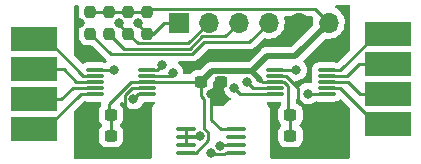
<source format=gbr>
%TF.GenerationSoftware,KiCad,Pcbnew,(5.99.0-12717-g57c7d663b0)*%
%TF.CreationDate,2021-10-08T11:24:07+02:00*%
%TF.ProjectId,capacitance_meter,63617061-6369-4746-916e-63655f6d6574,rev?*%
%TF.SameCoordinates,Original*%
%TF.FileFunction,Copper,L1,Top*%
%TF.FilePolarity,Positive*%
%FSLAX46Y46*%
G04 Gerber Fmt 4.6, Leading zero omitted, Abs format (unit mm)*
G04 Created by KiCad (PCBNEW (5.99.0-12717-g57c7d663b0)) date 2021-10-08 11:24:07*
%MOMM*%
%LPD*%
G01*
G04 APERTURE LIST*
G04 Aperture macros list*
%AMRoundRect*
0 Rectangle with rounded corners*
0 $1 Rounding radius*
0 $2 $3 $4 $5 $6 $7 $8 $9 X,Y pos of 4 corners*
0 Add a 4 corners polygon primitive as box body*
4,1,4,$2,$3,$4,$5,$6,$7,$8,$9,$2,$3,0*
0 Add four circle primitives for the rounded corners*
1,1,$1+$1,$2,$3*
1,1,$1+$1,$4,$5*
1,1,$1+$1,$6,$7*
1,1,$1+$1,$8,$9*
0 Add four rect primitives between the rounded corners*
20,1,$1+$1,$2,$3,$4,$5,0*
20,1,$1+$1,$4,$5,$6,$7,0*
20,1,$1+$1,$6,$7,$8,$9,0*
20,1,$1+$1,$8,$9,$2,$3,0*%
G04 Aperture macros list end*
%TA.AperFunction,SMDPad,CuDef*%
%ADD10RoundRect,0.237500X-0.300000X-0.237500X0.300000X-0.237500X0.300000X0.237500X-0.300000X0.237500X0*%
%TD*%
%TA.AperFunction,ComponentPad*%
%ADD11R,1.700000X1.700000*%
%TD*%
%TA.AperFunction,ComponentPad*%
%ADD12O,1.700000X1.700000*%
%TD*%
%TA.AperFunction,SMDPad,CuDef*%
%ADD13RoundRect,0.237500X-0.237500X0.250000X-0.237500X-0.250000X0.237500X-0.250000X0.237500X0.250000X0*%
%TD*%
%TA.AperFunction,SMDPad,CuDef*%
%ADD14RoundRect,0.075000X0.650000X0.075000X-0.650000X0.075000X-0.650000X-0.075000X0.650000X-0.075000X0*%
%TD*%
%TA.AperFunction,SMDPad,CuDef*%
%ADD15RoundRect,0.075000X-0.650000X-0.075000X0.650000X-0.075000X0.650000X0.075000X-0.650000X0.075000X0*%
%TD*%
%TA.AperFunction,SMDPad,CuDef*%
%ADD16RoundRect,0.100000X0.712500X0.100000X-0.712500X0.100000X-0.712500X-0.100000X0.712500X-0.100000X0*%
%TD*%
%TA.AperFunction,SMDPad,CuDef*%
%ADD17R,4.000000X2.000000*%
%TD*%
%TA.AperFunction,ViaPad*%
%ADD18C,0.800000*%
%TD*%
%TA.AperFunction,Conductor*%
%ADD19C,0.250000*%
%TD*%
%TA.AperFunction,Conductor*%
%ADD20C,0.500000*%
%TD*%
G04 APERTURE END LIST*
D10*
%TO.P,C4,1*%
%TO.N,VDD*%
X145543100Y-122783600D03*
%TO.P,C4,2*%
%TO.N,GND*%
X147268100Y-122783600D03*
%TD*%
%TO.P,C2,1*%
%TO.N,VDD*%
X160732300Y-122783600D03*
%TO.P,C2,2*%
%TO.N,GND*%
X162457300Y-122783600D03*
%TD*%
D11*
%TO.P,J3,1,Pin_1*%
%TO.N,/SCL2*%
X151275000Y-114975000D03*
D12*
%TO.P,J3,2,Pin_2*%
%TO.N,/SDA2*%
X153815000Y-114975000D03*
%TO.P,J3,3,Pin_3*%
%TO.N,/SCL1*%
X156355000Y-114975000D03*
%TO.P,J3,4,Pin_4*%
%TO.N,/SDA1*%
X158895000Y-114975000D03*
%TO.P,J3,5,Pin_5*%
%TO.N,GND*%
X161435000Y-114975000D03*
%TO.P,J3,6,Pin_6*%
%TO.N,VDD*%
X163975000Y-114975000D03*
%TD*%
D10*
%TO.P,C5,1*%
%TO.N,VDD*%
X145543100Y-124561600D03*
%TO.P,C5,2*%
%TO.N,GND*%
X147268100Y-124561600D03*
%TD*%
D13*
%TO.P,R4,1*%
%TO.N,VDD*%
X148600000Y-114087500D03*
%TO.P,R4,2*%
%TO.N,/SCL2*%
X148600000Y-115912500D03*
%TD*%
D14*
%TO.P,U3,1,Shield1*%
%TO.N,/Shield21*%
X163800000Y-121000000D03*
%TO.P,U3,2,CIN1*%
%TO.N,Net-(J1-Pad8)*%
X163800000Y-120500000D03*
%TO.P,U3,3,CIN2*%
%TO.N,Net-(J1-Pad7)*%
X163800000Y-120000000D03*
%TO.P,U3,4,CIN3*%
%TO.N,Net-(J1-Pad6)*%
X163800000Y-119500000D03*
%TO.P,U3,5,CIN4*%
%TO.N,Net-(J1-Pad5)*%
X163800000Y-119000000D03*
%TO.P,U3,6,Shield2*%
%TO.N,/Shield22*%
X159400000Y-119000000D03*
%TO.P,U3,7,GND*%
%TO.N,GND*%
X159400000Y-119500000D03*
%TO.P,U3,8,VDD*%
%TO.N,VDD*%
X159400000Y-120000000D03*
%TO.P,U3,9,SCL*%
%TO.N,/SCL1*%
X159400000Y-120500000D03*
%TO.P,U3,10,SDA*%
%TO.N,/SDA1*%
X159400000Y-121000000D03*
%TD*%
D15*
%TO.P,U1,1,Shield1*%
%TO.N,/Shield11*%
X144200000Y-119000000D03*
%TO.P,U1,2,CIN1*%
%TO.N,Net-(J2-Pad8)*%
X144200000Y-119500000D03*
%TO.P,U1,3,CIN2*%
%TO.N,Net-(J2-Pad7)*%
X144200000Y-120000000D03*
%TO.P,U1,4,CIN3*%
%TO.N,Net-(J2-Pad6)*%
X144200000Y-120500000D03*
%TO.P,U1,5,CIN4*%
%TO.N,Net-(J2-Pad5)*%
X144200000Y-121000000D03*
%TO.P,U1,6,Shield2*%
%TO.N,/Shield12*%
X148600000Y-121000000D03*
%TO.P,U1,7,GND*%
%TO.N,GND*%
X148600000Y-120500000D03*
%TO.P,U1,8,VDD*%
%TO.N,VDD*%
X148600000Y-120000000D03*
%TO.P,U1,9,SCL*%
%TO.N,/SCL2*%
X148600000Y-119500000D03*
%TO.P,U1,10,SDA*%
%TO.N,/SDA2*%
X148600000Y-119000000D03*
%TD*%
D10*
%TO.P,C1,1*%
%TO.N,VDD*%
X153137500Y-120000000D03*
%TO.P,C1,2*%
%TO.N,GND*%
X154862500Y-120000000D03*
%TD*%
%TO.P,C3,1*%
%TO.N,VDD*%
X160732300Y-124561600D03*
%TO.P,C3,2*%
%TO.N,GND*%
X162457300Y-124561600D03*
%TD*%
D13*
%TO.P,R3,1*%
%TO.N,VDD*%
X147000000Y-114087500D03*
%TO.P,R3,2*%
%TO.N,/SDA2*%
X147000000Y-115912500D03*
%TD*%
%TO.P,R1,1*%
%TO.N,VDD*%
X143800000Y-114087500D03*
%TO.P,R1,2*%
%TO.N,/SDA1*%
X143800000Y-115912500D03*
%TD*%
%TO.P,R2,1*%
%TO.N,VDD*%
X145400000Y-114087500D03*
%TO.P,R2,2*%
%TO.N,/SCL1*%
X145400000Y-115912500D03*
%TD*%
D16*
%TO.P,U2,1,SDA*%
%TO.N,/SDA1*%
X156112700Y-125975000D03*
%TO.P,U2,2,SCL*%
%TO.N,/SCL1*%
X156112700Y-125325000D03*
%TO.P,U2,3,ALERT*%
%TO.N,unconnected-(U2-Pad3)*%
X156112700Y-124675000D03*
%TO.P,U2,4,GND*%
%TO.N,GND*%
X156112700Y-124025000D03*
%TO.P,U2,5,A2*%
X151887700Y-124025000D03*
%TO.P,U2,6,A1*%
X151887700Y-124675000D03*
%TO.P,U2,7,A0*%
X151887700Y-125325000D03*
%TO.P,U2,8,VDD*%
%TO.N,VDD*%
X151887700Y-125975000D03*
%TD*%
D17*
%TO.P,J1,5,Pin_5*%
%TO.N,Net-(J1-Pad5)*%
X168999992Y-115920012D03*
%TO.P,J1,6,Pin_6*%
%TO.N,Net-(J1-Pad6)*%
X168999992Y-118460012D03*
%TO.P,J1,7,Pin_7*%
%TO.N,Net-(J1-Pad7)*%
X168999992Y-121000012D03*
%TO.P,J1,8,Pin_8*%
%TO.N,Net-(J1-Pad8)*%
X168999992Y-123540012D03*
%TD*%
%TO.P,J2,5,Pin_5*%
%TO.N,Net-(J2-Pad5)*%
X139000001Y-124009988D03*
%TO.P,J2,6,Pin_6*%
%TO.N,Net-(J2-Pad6)*%
X139000001Y-121469988D03*
%TO.P,J2,7,Pin_7*%
%TO.N,Net-(J2-Pad7)*%
X139000001Y-118929988D03*
%TO.P,J2,8,Pin_8*%
%TO.N,Net-(J2-Pad8)*%
X139000001Y-116389988D03*
%TD*%
D18*
%TO.N,GND*%
X154000000Y-121000000D03*
X153075500Y-124600000D03*
%TO.N,/SDA1*%
X154000000Y-126000000D03*
%TO.N,/SCL1*%
X154800000Y-125400000D03*
%TO.N,GND*%
X147600000Y-126000000D03*
X153035000Y-118567200D03*
X160400000Y-116400000D03*
X163900000Y-116850000D03*
X157073600Y-117805200D03*
X142925800Y-115036600D03*
X154000000Y-117600000D03*
X164000000Y-125500000D03*
%TO.N,/SCL1*%
X157048200Y-119989600D03*
%TO.N,/SDA1*%
X156000000Y-120500000D03*
%TO.N,/SCL2*%
X150774400Y-119275500D03*
X147800000Y-115000000D03*
%TO.N,/SDA2*%
X149850000Y-118550000D03*
X146200000Y-115000000D03*
%TO.N,/Shield21*%
X162200000Y-121000000D03*
%TO.N,/Shield22*%
X161212299Y-118987701D03*
%TO.N,/Shield11*%
X145800000Y-119000000D03*
%TO.N,/Shield12*%
X147430158Y-121430158D03*
%TD*%
D19*
%TO.N,VDD*%
X153400000Y-123899886D02*
X153400000Y-121424614D01*
X153800011Y-124299897D02*
X153400000Y-123899886D01*
X153400000Y-121424614D02*
X153137500Y-121162114D01*
X152725114Y-125975000D02*
X153800011Y-124900103D01*
X153137500Y-121162114D02*
X153137500Y-120000000D01*
X151887700Y-125975000D02*
X152725114Y-125975000D01*
X153800011Y-124900103D02*
X153800011Y-124299897D01*
%TO.N,GND*%
X154825000Y-124025000D02*
X156112700Y-124025000D01*
X154000000Y-121000000D02*
X154000000Y-123200000D01*
X154000000Y-123200000D02*
X154825000Y-124025000D01*
X153000500Y-124675000D02*
X153075500Y-124600000D01*
X151887700Y-124675000D02*
X153000500Y-124675000D01*
X151887700Y-125325000D02*
X151887700Y-124025000D01*
%TO.N,/SDA1*%
X155249614Y-125975000D02*
X156112700Y-125975000D01*
X155100103Y-126124511D02*
X155249614Y-125975000D01*
X154124511Y-126124511D02*
X155100103Y-126124511D01*
X154000000Y-126000000D02*
X154124511Y-126124511D01*
%TO.N,/SCL1*%
X154875000Y-125325000D02*
X156112700Y-125325000D01*
X154800000Y-125400000D02*
X154875000Y-125325000D01*
%TO.N,/SDA1*%
X156500000Y-121000000D02*
X159400000Y-121000000D01*
X156000000Y-120500000D02*
X156500000Y-121000000D01*
%TO.N,Net-(J1-Pad5)*%
X164964282Y-119000000D02*
X168044282Y-115920000D01*
X163800000Y-119000000D02*
X164964282Y-119000000D01*
X168044282Y-115920000D02*
X169000000Y-115920000D01*
%TO.N,Net-(J1-Pad6)*%
X163800000Y-119500000D02*
X165500000Y-119500000D01*
X166540000Y-118460000D02*
X169000000Y-118460000D01*
X165500000Y-119500000D02*
X166540000Y-118460000D01*
%TO.N,Net-(J1-Pad7)*%
X163800000Y-120000000D02*
X165600000Y-120000000D01*
X165600000Y-120000000D02*
X166600000Y-121000000D01*
X166600000Y-121000000D02*
X169000000Y-121000000D01*
%TO.N,Net-(J1-Pad8)*%
X169000000Y-123540000D02*
X167986042Y-123540000D01*
X164946042Y-120500000D02*
X163800000Y-120500000D01*
X167986042Y-123540000D02*
X164946042Y-120500000D01*
%TO.N,GND*%
X147268100Y-122958600D02*
X147443100Y-122783600D01*
X161366200Y-121517500D02*
X162632300Y-122783600D01*
X148600000Y-120500000D02*
X147335702Y-120500000D01*
X162457300Y-124561600D02*
X162457300Y-122958600D01*
X160327802Y-119500000D02*
X161366200Y-120538398D01*
X147268100Y-124561600D02*
X147268100Y-122958600D01*
X162457300Y-122958600D02*
X162632300Y-122783600D01*
X161366200Y-120538398D02*
X161366200Y-121517500D01*
X147335702Y-120500000D02*
X146705647Y-121130055D01*
X146705647Y-121130055D02*
X146705647Y-122046147D01*
X146705647Y-122046147D02*
X147443100Y-122783600D01*
X159400000Y-119500000D02*
X160327802Y-119500000D01*
%TO.N,VDD*%
X158400000Y-120000000D02*
X159400000Y-120000000D01*
X160557300Y-120365216D02*
X160557300Y-122783600D01*
X160732300Y-124561600D02*
X160732300Y-122958600D01*
X160732300Y-122958600D02*
X160557300Y-122783600D01*
D20*
X158200000Y-119800000D02*
X157475480Y-119075480D01*
D19*
X148600000Y-120000000D02*
X147199984Y-120000000D01*
X159400000Y-120000000D02*
X160192084Y-120000000D01*
D20*
X161150000Y-117800000D02*
X163975000Y-114975000D01*
D19*
X143800000Y-114087500D02*
X148600000Y-114087500D01*
D20*
X157475480Y-119075480D02*
X158750960Y-117800000D01*
D19*
X160192084Y-120000000D02*
X160557300Y-120365216D01*
X162800489Y-113800489D02*
X163975000Y-114975000D01*
X145543100Y-124561600D02*
X145543100Y-122958600D01*
X148887011Y-113800489D02*
X162800489Y-113800489D01*
X148600000Y-120000000D02*
X153137500Y-120000000D01*
X158200000Y-119800000D02*
X158400000Y-120000000D01*
X147199984Y-120000000D02*
X145368100Y-121831884D01*
D20*
X157475480Y-119075480D02*
X154062020Y-119075480D01*
D19*
X145543100Y-122958600D02*
X145368100Y-122783600D01*
D20*
X158750960Y-117800000D02*
X161150000Y-117800000D01*
D19*
X145368100Y-121831884D02*
X145368100Y-122783600D01*
X148600000Y-114087500D02*
X148887011Y-113800489D01*
D20*
X154062020Y-119075480D02*
X153137500Y-120000000D01*
D19*
%TO.N,/SCL1*%
X152251678Y-117174040D02*
X153276207Y-116149511D01*
X157048200Y-119989600D02*
X157558600Y-120500000D01*
X155180489Y-116149511D02*
X156355000Y-114975000D01*
X145400000Y-115912500D02*
X146661540Y-117174040D01*
X157558600Y-120500000D02*
X159400000Y-120500000D01*
X153276207Y-116149511D02*
X155180489Y-116149511D01*
X146661540Y-117174040D02*
X152251678Y-117174040D01*
%TO.N,/SDA1*%
X153462405Y-116599031D02*
X157270969Y-116599031D01*
X145511060Y-117623560D02*
X152437876Y-117623560D01*
X157270969Y-116599031D02*
X158895000Y-114975000D01*
X143800000Y-115912500D02*
X145511060Y-117623560D01*
X152437876Y-117623560D02*
X153462405Y-116599031D01*
%TO.N,/SCL2*%
X150774400Y-119275500D02*
X150549900Y-119500000D01*
X150549900Y-119500000D02*
X148600000Y-119500000D01*
X150025000Y-114975000D02*
X151275000Y-114975000D01*
X149087500Y-115912500D02*
X150025000Y-114975000D01*
X147800000Y-115000000D02*
X147800000Y-115112500D01*
X147800000Y-115112500D02*
X148600000Y-115912500D01*
X148600000Y-115912500D02*
X149087500Y-115912500D01*
%TO.N,/SDA2*%
X152065480Y-116724520D02*
X153815000Y-114975000D01*
X146200000Y-115000000D02*
X146200000Y-115112500D01*
X146200000Y-115112500D02*
X147000000Y-115912500D01*
X149850000Y-118550000D02*
X149400000Y-119000000D01*
X147812020Y-116724520D02*
X152065480Y-116724520D01*
X147000000Y-115912500D02*
X147812020Y-116724520D01*
X149400000Y-119000000D02*
X148600000Y-119000000D01*
%TO.N,Net-(J2-Pad5)*%
X139990000Y-124010000D02*
X139000000Y-124010000D01*
X143000000Y-121000000D02*
X139990000Y-124010000D01*
X144200000Y-121000000D02*
X143000000Y-121000000D01*
%TO.N,Net-(J2-Pad6)*%
X142300000Y-120500000D02*
X141330000Y-121470000D01*
X144200000Y-120500000D02*
X142300000Y-120500000D01*
X141330000Y-121470000D02*
X139000000Y-121470000D01*
%TO.N,Net-(J2-Pad7)*%
X144200000Y-120000000D02*
X142600000Y-120000000D01*
X141530000Y-118930000D02*
X139000000Y-118930000D01*
X142600000Y-120000000D02*
X141530000Y-118930000D01*
%TO.N,Net-(J2-Pad8)*%
X144200000Y-119500000D02*
X143219022Y-119500000D01*
X140109022Y-116390000D02*
X139000000Y-116390000D01*
X143219022Y-119500000D02*
X140109022Y-116390000D01*
%TO.N,/Shield21*%
X163800000Y-121000000D02*
X162200000Y-121000000D01*
%TO.N,/Shield22*%
X161200000Y-119000000D02*
X161212299Y-118987701D01*
X159400000Y-119000000D02*
X161200000Y-119000000D01*
%TO.N,/Shield11*%
X144200000Y-119000000D02*
X145800000Y-119000000D01*
%TO.N,/Shield12*%
X148600000Y-121000000D02*
X147860316Y-121000000D01*
X147860316Y-121000000D02*
X147430158Y-121430158D01*
%TD*%
%TA.AperFunction,Conductor*%
%TO.N,GND*%
G36*
X161399312Y-121444027D02*
G01*
X161425918Y-121476250D01*
X161460960Y-121536944D01*
X161465378Y-121541851D01*
X161465379Y-121541852D01*
X161580350Y-121669540D01*
X161588747Y-121678866D01*
X161646238Y-121720636D01*
X161713816Y-121769734D01*
X161743248Y-121791118D01*
X161749276Y-121793802D01*
X161749278Y-121793803D01*
X161911681Y-121866109D01*
X161917712Y-121868794D01*
X161996961Y-121885639D01*
X162098056Y-121907128D01*
X162098061Y-121907128D01*
X162104513Y-121908500D01*
X162295487Y-121908500D01*
X162301939Y-121907128D01*
X162301944Y-121907128D01*
X162403039Y-121885639D01*
X162482288Y-121868794D01*
X162488319Y-121866109D01*
X162650722Y-121793803D01*
X162650724Y-121793802D01*
X162656752Y-121791118D01*
X162686185Y-121769734D01*
X162802053Y-121685550D01*
X162811253Y-121678866D01*
X162815668Y-121673963D01*
X162820580Y-121669540D01*
X162821705Y-121670789D01*
X162875014Y-121637949D01*
X162908200Y-121633500D01*
X162948515Y-121633500D01*
X162981560Y-121640070D01*
X162982066Y-121638183D01*
X162990051Y-121640322D01*
X162997676Y-121643481D01*
X163005860Y-121644558D01*
X163005862Y-121644559D01*
X163107669Y-121657962D01*
X163107670Y-121657962D01*
X163111756Y-121658500D01*
X164488244Y-121658500D01*
X164492330Y-121657962D01*
X164492331Y-121657962D01*
X164531153Y-121652851D01*
X164602324Y-121643481D01*
X164609951Y-121640322D01*
X164609954Y-121640321D01*
X164709177Y-121599221D01*
X164744268Y-121584686D01*
X164866157Y-121491157D01*
X164866798Y-121490322D01*
X164926181Y-121457895D01*
X164996996Y-121462960D01*
X165042059Y-121491921D01*
X165774295Y-122224157D01*
X165808321Y-122286469D01*
X165811200Y-122313252D01*
X165811200Y-126366000D01*
X165791198Y-126434121D01*
X165737542Y-126480614D01*
X165685200Y-126492000D01*
X159134000Y-126492000D01*
X159065879Y-126471998D01*
X159019386Y-126418342D01*
X159008000Y-126366000D01*
X159008000Y-122553199D01*
X159009746Y-122532295D01*
X159012263Y-122517333D01*
X159013070Y-122512537D01*
X159013223Y-122499998D01*
X159012534Y-122495191D01*
X159012534Y-122495184D01*
X159010184Y-122478779D01*
X159009390Y-122471897D01*
X159001872Y-122385969D01*
X158996476Y-122324293D01*
X158968873Y-122221276D01*
X158952250Y-122159236D01*
X158952249Y-122159234D01*
X158950827Y-122153926D01*
X158948504Y-122148944D01*
X158878609Y-121999055D01*
X158878607Y-121999052D01*
X158876286Y-121994074D01*
X158780145Y-121856770D01*
X158757457Y-121789496D01*
X158774742Y-121720636D01*
X158826512Y-121672052D01*
X158883358Y-121658500D01*
X159797800Y-121658500D01*
X159865921Y-121678502D01*
X159912414Y-121732158D01*
X159923800Y-121784500D01*
X159923800Y-121947400D01*
X159903798Y-122015521D01*
X159886975Y-122036416D01*
X159842871Y-122080597D01*
X159839031Y-122086827D01*
X159839030Y-122086828D01*
X159756164Y-122221262D01*
X159751591Y-122228680D01*
X159696826Y-122393791D01*
X159686300Y-122496528D01*
X159686300Y-123070672D01*
X159697093Y-123174693D01*
X159752146Y-123339707D01*
X159843684Y-123487631D01*
X159939587Y-123583366D01*
X159973666Y-123645648D01*
X159968663Y-123716468D01*
X159939743Y-123761556D01*
X159842871Y-123858597D01*
X159839031Y-123864827D01*
X159839030Y-123864828D01*
X159756164Y-123999262D01*
X159751591Y-124006680D01*
X159696826Y-124171791D01*
X159686300Y-124274528D01*
X159686300Y-124848672D01*
X159697093Y-124952693D01*
X159752146Y-125117707D01*
X159843684Y-125265631D01*
X159848866Y-125270804D01*
X159961616Y-125383358D01*
X159961621Y-125383362D01*
X159966797Y-125388529D01*
X160114880Y-125479809D01*
X160279991Y-125534574D01*
X160286827Y-125535274D01*
X160286830Y-125535275D01*
X160338326Y-125540551D01*
X160382728Y-125545100D01*
X161081872Y-125545100D01*
X161085118Y-125544763D01*
X161085122Y-125544763D01*
X161179035Y-125535019D01*
X161179039Y-125535018D01*
X161185893Y-125534307D01*
X161192429Y-125532126D01*
X161192431Y-125532126D01*
X161325195Y-125487832D01*
X161350907Y-125479254D01*
X161498831Y-125387716D01*
X161504004Y-125382534D01*
X161616558Y-125269784D01*
X161616562Y-125269779D01*
X161621729Y-125264603D01*
X161625570Y-125258372D01*
X161709169Y-125122750D01*
X161709170Y-125122748D01*
X161713009Y-125116520D01*
X161767774Y-124951409D01*
X161778300Y-124848672D01*
X161778300Y-124274528D01*
X161767507Y-124170507D01*
X161712454Y-124005493D01*
X161620916Y-123857569D01*
X161525013Y-123761834D01*
X161490934Y-123699552D01*
X161495937Y-123628732D01*
X161524858Y-123583643D01*
X161616558Y-123491783D01*
X161621729Y-123486603D01*
X161625570Y-123480372D01*
X161709169Y-123344750D01*
X161709170Y-123344748D01*
X161713009Y-123338520D01*
X161767774Y-123173409D01*
X161778300Y-123070672D01*
X161778300Y-122496528D01*
X161777359Y-122487459D01*
X161768219Y-122399365D01*
X161768218Y-122399361D01*
X161767507Y-122392507D01*
X161741066Y-122313252D01*
X161714772Y-122234441D01*
X161712454Y-122227493D01*
X161620916Y-122079569D01*
X161541208Y-122000000D01*
X161502984Y-121961842D01*
X161502979Y-121961838D01*
X161497803Y-121956671D01*
X161349720Y-121865391D01*
X161323729Y-121856770D01*
X161277132Y-121841314D01*
X161218772Y-121800883D01*
X161191536Y-121735318D01*
X161190800Y-121721721D01*
X161190800Y-121539251D01*
X161210802Y-121471130D01*
X161264458Y-121424637D01*
X161334732Y-121414533D01*
X161399312Y-121444027D01*
G37*
%TD.AperFunction*%
%TA.AperFunction,Conductor*%
G36*
X143381560Y-121640070D02*
G01*
X143382066Y-121638183D01*
X143390051Y-121640322D01*
X143397676Y-121643481D01*
X143405860Y-121644558D01*
X143405862Y-121644559D01*
X143507669Y-121657962D01*
X143507670Y-121657962D01*
X143511756Y-121658500D01*
X144606637Y-121658500D01*
X144674758Y-121678502D01*
X144721251Y-121732158D01*
X144729970Y-121796029D01*
X144731369Y-121796073D01*
X144731120Y-121803998D01*
X144729880Y-121811827D01*
X144730626Y-121819719D01*
X144734041Y-121855845D01*
X144734600Y-121867703D01*
X144734600Y-121947400D01*
X144714598Y-122015521D01*
X144697775Y-122036416D01*
X144653671Y-122080597D01*
X144649831Y-122086827D01*
X144649830Y-122086828D01*
X144566964Y-122221262D01*
X144562391Y-122228680D01*
X144507626Y-122393791D01*
X144497100Y-122496528D01*
X144497100Y-123070672D01*
X144507893Y-123174693D01*
X144562946Y-123339707D01*
X144654484Y-123487631D01*
X144750387Y-123583366D01*
X144784466Y-123645648D01*
X144779463Y-123716468D01*
X144750543Y-123761556D01*
X144653671Y-123858597D01*
X144649831Y-123864827D01*
X144649830Y-123864828D01*
X144566964Y-123999262D01*
X144562391Y-124006680D01*
X144507626Y-124171791D01*
X144497100Y-124274528D01*
X144497100Y-124848672D01*
X144507893Y-124952693D01*
X144562946Y-125117707D01*
X144654484Y-125265631D01*
X144659666Y-125270804D01*
X144772416Y-125383358D01*
X144772421Y-125383362D01*
X144777597Y-125388529D01*
X144925680Y-125479809D01*
X145090791Y-125534574D01*
X145097627Y-125535274D01*
X145097630Y-125535275D01*
X145149126Y-125540551D01*
X145193528Y-125545100D01*
X145892672Y-125545100D01*
X145895918Y-125544763D01*
X145895922Y-125544763D01*
X145989835Y-125535019D01*
X145989839Y-125535018D01*
X145996693Y-125534307D01*
X146003229Y-125532126D01*
X146003231Y-125532126D01*
X146135995Y-125487832D01*
X146161707Y-125479254D01*
X146309631Y-125387716D01*
X146314804Y-125382534D01*
X146427358Y-125269784D01*
X146427362Y-125269779D01*
X146432529Y-125264603D01*
X146436370Y-125258372D01*
X146519969Y-125122750D01*
X146519970Y-125122748D01*
X146523809Y-125116520D01*
X146578574Y-124951409D01*
X146589100Y-124848672D01*
X146589100Y-124274528D01*
X146578307Y-124170507D01*
X146523254Y-124005493D01*
X146431716Y-123857569D01*
X146335813Y-123761834D01*
X146301734Y-123699552D01*
X146306737Y-123628732D01*
X146335658Y-123583643D01*
X146427358Y-123491783D01*
X146432529Y-123486603D01*
X146436370Y-123480372D01*
X146519969Y-123344750D01*
X146519970Y-123344748D01*
X146523809Y-123338520D01*
X146578574Y-123173409D01*
X146589100Y-123070672D01*
X146589100Y-122496528D01*
X146588159Y-122487459D01*
X146579019Y-122399365D01*
X146579018Y-122399361D01*
X146578307Y-122392507D01*
X146551866Y-122313252D01*
X146525572Y-122234441D01*
X146523254Y-122227493D01*
X146431716Y-122079569D01*
X146313086Y-121961146D01*
X146279007Y-121898865D01*
X146284010Y-121828045D01*
X146313009Y-121782879D01*
X146376312Y-121719576D01*
X146438624Y-121685550D01*
X146509439Y-121690615D01*
X146566275Y-121733162D01*
X146585240Y-121769734D01*
X146595631Y-121801714D01*
X146598934Y-121807436D01*
X146598935Y-121807437D01*
X146606026Y-121819719D01*
X146691118Y-121967102D01*
X146695536Y-121972009D01*
X146695537Y-121972010D01*
X146793309Y-122080597D01*
X146818905Y-122109024D01*
X146973406Y-122221276D01*
X146979434Y-122223960D01*
X146979436Y-122223961D01*
X147141839Y-122296267D01*
X147147870Y-122298952D01*
X147241271Y-122318805D01*
X147328214Y-122337286D01*
X147328219Y-122337286D01*
X147334671Y-122338658D01*
X147525645Y-122338658D01*
X147532097Y-122337286D01*
X147532102Y-122337286D01*
X147619045Y-122318805D01*
X147712446Y-122298952D01*
X147718477Y-122296267D01*
X147880880Y-122223961D01*
X147880882Y-122223960D01*
X147886910Y-122221276D01*
X148041411Y-122109024D01*
X148067007Y-122080597D01*
X148164779Y-121972010D01*
X148164780Y-121972009D01*
X148169198Y-121967102D01*
X148254290Y-121819719D01*
X148261381Y-121807437D01*
X148261382Y-121807436D01*
X148264685Y-121801714D01*
X148266726Y-121795432D01*
X148266727Y-121795430D01*
X148280885Y-121751854D01*
X148282929Y-121745563D01*
X148323002Y-121686958D01*
X148388399Y-121659321D01*
X148402762Y-121658500D01*
X149116642Y-121658500D01*
X149184763Y-121678502D01*
X149231256Y-121732158D01*
X149241360Y-121802432D01*
X149219855Y-121856770D01*
X149123714Y-121994074D01*
X149121393Y-121999052D01*
X149121391Y-121999055D01*
X149051496Y-122148944D01*
X149049173Y-122153926D01*
X149003524Y-122324293D01*
X149003045Y-122329773D01*
X149003044Y-122329781D01*
X148992197Y-122453754D01*
X148990931Y-122463676D01*
X148986930Y-122487459D01*
X148986777Y-122499998D01*
X148987467Y-122504813D01*
X148990727Y-122527579D01*
X148992000Y-122545442D01*
X148992000Y-126366000D01*
X148971998Y-126434121D01*
X148918342Y-126480614D01*
X148866000Y-126492000D01*
X142518400Y-126492000D01*
X142450279Y-126471998D01*
X142403786Y-126418342D01*
X142392400Y-126366000D01*
X142392400Y-122555695D01*
X142412402Y-122487574D01*
X142429305Y-122466600D01*
X143225500Y-121670405D01*
X143287812Y-121636379D01*
X143314595Y-121633500D01*
X143348515Y-121633500D01*
X143381560Y-121640070D01*
G37*
%TD.AperFunction*%
%TA.AperFunction,Conductor*%
G36*
X155185365Y-119853982D02*
G01*
X155231858Y-119907638D01*
X155241962Y-119977912D01*
X155226363Y-120022979D01*
X155204049Y-120061629D01*
X155176629Y-120109122D01*
X155165473Y-120128444D01*
X155106458Y-120310072D01*
X155105768Y-120316633D01*
X155105768Y-120316635D01*
X155092384Y-120443979D01*
X155086496Y-120500000D01*
X155087186Y-120506565D01*
X155102630Y-120653502D01*
X155106458Y-120689928D01*
X155165473Y-120871556D01*
X155168776Y-120877278D01*
X155168777Y-120877279D01*
X155184840Y-120905101D01*
X155260960Y-121036944D01*
X155265378Y-121041851D01*
X155265379Y-121041852D01*
X155358300Y-121145051D01*
X155388747Y-121178866D01*
X155543248Y-121291118D01*
X155549276Y-121293802D01*
X155549278Y-121293803D01*
X155627986Y-121328846D01*
X155682082Y-121374826D01*
X155702731Y-121442754D01*
X155683379Y-121511062D01*
X155632899Y-121556744D01*
X155472301Y-121636711D01*
X155472295Y-121636715D01*
X155467083Y-121639310D01*
X155318006Y-121751888D01*
X155192153Y-121889942D01*
X155160953Y-121940332D01*
X155108087Y-121987718D01*
X155053827Y-122000000D01*
X154159500Y-122000000D01*
X154091379Y-121979998D01*
X154044886Y-121926342D01*
X154033500Y-121874000D01*
X154033500Y-121503381D01*
X154034027Y-121492198D01*
X154035702Y-121484705D01*
X154035019Y-121462960D01*
X154033562Y-121416628D01*
X154033500Y-121412669D01*
X154033500Y-121384758D01*
X154032995Y-121380758D01*
X154032062Y-121368915D01*
X154031846Y-121362026D01*
X154030673Y-121324725D01*
X154025021Y-121305271D01*
X154021013Y-121285914D01*
X154019468Y-121273684D01*
X154019468Y-121273683D01*
X154018474Y-121265817D01*
X154006253Y-121234950D01*
X154002196Y-121224702D01*
X153998351Y-121213472D01*
X153988229Y-121178631D01*
X153988229Y-121178630D01*
X153986018Y-121171021D01*
X153981985Y-121164202D01*
X153981983Y-121164197D01*
X153975707Y-121153586D01*
X153967012Y-121135838D01*
X153959552Y-121116997D01*
X153933564Y-121081227D01*
X153927048Y-121071307D01*
X153908580Y-121040079D01*
X153908578Y-121040076D01*
X153904542Y-121033252D01*
X153890218Y-121018928D01*
X153877389Y-121003910D01*
X153875678Y-121001554D01*
X153851818Y-120934691D01*
X153867895Y-120865539D01*
X153898862Y-120829315D01*
X153904031Y-120826116D01*
X153980014Y-120750000D01*
X154021758Y-120708184D01*
X154021762Y-120708179D01*
X154026929Y-120703003D01*
X154035246Y-120689510D01*
X154114369Y-120561150D01*
X154114370Y-120561148D01*
X154118209Y-120554920D01*
X154172974Y-120389809D01*
X154176716Y-120353291D01*
X154180592Y-120315453D01*
X154183500Y-120287072D01*
X154183500Y-120078871D01*
X154203502Y-120010750D01*
X154220405Y-119989776D01*
X154339296Y-119870885D01*
X154401608Y-119836859D01*
X154428391Y-119833980D01*
X155117244Y-119833980D01*
X155185365Y-119853982D01*
G37*
%TD.AperFunction*%
%TA.AperFunction,Conductor*%
G36*
X165753321Y-113528002D02*
G01*
X165799814Y-113581658D01*
X165811200Y-113634000D01*
X165811200Y-117204987D01*
X165791198Y-117273108D01*
X165774295Y-117294082D01*
X164739270Y-118329107D01*
X164676958Y-118363133D01*
X164617564Y-118361719D01*
X164609958Y-118359681D01*
X164602324Y-118356519D01*
X164507831Y-118344079D01*
X164492331Y-118342038D01*
X164492330Y-118342038D01*
X164488244Y-118341500D01*
X163111756Y-118341500D01*
X163107670Y-118342038D01*
X163107669Y-118342038D01*
X163068847Y-118347149D01*
X162997676Y-118356519D01*
X162990049Y-118359678D01*
X162990046Y-118359679D01*
X162938262Y-118381129D01*
X162855732Y-118415314D01*
X162733843Y-118508843D01*
X162640314Y-118630733D01*
X162581519Y-118772676D01*
X162566500Y-118886756D01*
X162566500Y-119113244D01*
X162567038Y-119117329D01*
X162567038Y-119117331D01*
X162581519Y-119227324D01*
X162579974Y-119227527D01*
X162579974Y-119272473D01*
X162581519Y-119272676D01*
X162567189Y-119381526D01*
X162566500Y-119386756D01*
X162566500Y-119613244D01*
X162567038Y-119617330D01*
X162567038Y-119617331D01*
X162581519Y-119727324D01*
X162579974Y-119727527D01*
X162579974Y-119772473D01*
X162581519Y-119772676D01*
X162566500Y-119886756D01*
X162566500Y-119993508D01*
X162546498Y-120061629D01*
X162492842Y-120108122D01*
X162422568Y-120118226D01*
X162414303Y-120116755D01*
X162301944Y-120092872D01*
X162301939Y-120092872D01*
X162295487Y-120091500D01*
X162104513Y-120091500D01*
X162098061Y-120092872D01*
X162098056Y-120092872D01*
X162026313Y-120108122D01*
X161917712Y-120131206D01*
X161911682Y-120133891D01*
X161911681Y-120133891D01*
X161749278Y-120206197D01*
X161749276Y-120206198D01*
X161743248Y-120208882D01*
X161737907Y-120212762D01*
X161737906Y-120212763D01*
X161692333Y-120245874D01*
X161588747Y-120321134D01*
X161460960Y-120463056D01*
X161438499Y-120501960D01*
X161425919Y-120523749D01*
X161374537Y-120572742D01*
X161304823Y-120586178D01*
X161238912Y-120559792D01*
X161197730Y-120501960D01*
X161190800Y-120460749D01*
X161190800Y-120443979D01*
X161191327Y-120432795D01*
X161193001Y-120425307D01*
X161190862Y-120357248D01*
X161190800Y-120353291D01*
X161190800Y-120325360D01*
X161190294Y-120321354D01*
X161189361Y-120309508D01*
X161189182Y-120303794D01*
X161187973Y-120265326D01*
X161182322Y-120245874D01*
X161178314Y-120226522D01*
X161176768Y-120214284D01*
X161176767Y-120214282D01*
X161175774Y-120206419D01*
X161159494Y-120165302D01*
X161155659Y-120154101D01*
X161143318Y-120111622D01*
X161139285Y-120104803D01*
X161139283Y-120104798D01*
X161133007Y-120094187D01*
X161124307Y-120076429D01*
X161121201Y-120068584D01*
X161114722Y-119997884D01*
X161147495Y-119934904D01*
X161209115Y-119899640D01*
X161238353Y-119896201D01*
X161307786Y-119896201D01*
X161314238Y-119894829D01*
X161314243Y-119894829D01*
X161401187Y-119876348D01*
X161494587Y-119856495D01*
X161503385Y-119852578D01*
X161663021Y-119781504D01*
X161663023Y-119781503D01*
X161669051Y-119778819D01*
X161677786Y-119772473D01*
X161739648Y-119727527D01*
X161823552Y-119666567D01*
X161951339Y-119524645D01*
X162028570Y-119390878D01*
X162043522Y-119364980D01*
X162043523Y-119364979D01*
X162046826Y-119359257D01*
X162105841Y-119177629D01*
X162112179Y-119117331D01*
X162125113Y-118994266D01*
X162125803Y-118987701D01*
X162124951Y-118979595D01*
X162106531Y-118804336D01*
X162106531Y-118804334D01*
X162105841Y-118797773D01*
X162046826Y-118616145D01*
X162033320Y-118592751D01*
X161970752Y-118484382D01*
X161951339Y-118450757D01*
X161935050Y-118432666D01*
X161851581Y-118339964D01*
X161820863Y-118275957D01*
X161829628Y-118205503D01*
X161856122Y-118166559D01*
X163666441Y-116356240D01*
X163728753Y-116322214D01*
X163780657Y-116321865D01*
X163813597Y-116328567D01*
X163818772Y-116328757D01*
X163818774Y-116328757D01*
X164031673Y-116336564D01*
X164031677Y-116336564D01*
X164036837Y-116336753D01*
X164041957Y-116336097D01*
X164041959Y-116336097D01*
X164253288Y-116309025D01*
X164253289Y-116309025D01*
X164258416Y-116308368D01*
X164263366Y-116306883D01*
X164467429Y-116245661D01*
X164467434Y-116245659D01*
X164472384Y-116244174D01*
X164672994Y-116145896D01*
X164854860Y-116016173D01*
X165013096Y-115858489D01*
X165143453Y-115677077D01*
X165242430Y-115476811D01*
X165307370Y-115263069D01*
X165336529Y-115041590D01*
X165337544Y-115000054D01*
X165338074Y-114978365D01*
X165338074Y-114978361D01*
X165338156Y-114975000D01*
X165319852Y-114752361D01*
X165265431Y-114535702D01*
X165176354Y-114330840D01*
X165055014Y-114143277D01*
X164904670Y-113978051D01*
X164900619Y-113974852D01*
X164900615Y-113974848D01*
X164733414Y-113842800D01*
X164733410Y-113842798D01*
X164729359Y-113839598D01*
X164556741Y-113744308D01*
X164506772Y-113693876D01*
X164492000Y-113624433D01*
X164517116Y-113558028D01*
X164574147Y-113515743D01*
X164617636Y-113508000D01*
X165685200Y-113508000D01*
X165753321Y-113528002D01*
G37*
%TD.AperFunction*%
%TA.AperFunction,Conductor*%
G36*
X162554016Y-114453991D02*
G01*
X162574990Y-114470894D01*
X162624778Y-114520682D01*
X162658804Y-114582994D01*
X162657100Y-114643448D01*
X162635989Y-114719570D01*
X162635441Y-114724700D01*
X162635440Y-114724704D01*
X162631933Y-114757522D01*
X162612251Y-114941695D01*
X162625110Y-115164715D01*
X162626247Y-115169760D01*
X162626966Y-115174877D01*
X162625518Y-115175081D01*
X162621398Y-115239274D01*
X162592119Y-115285200D01*
X160872724Y-117004595D01*
X160810412Y-117038621D01*
X160783629Y-117041500D01*
X158818030Y-117041500D01*
X158799080Y-117040067D01*
X158784845Y-117037901D01*
X158784841Y-117037901D01*
X158777611Y-117036801D01*
X158770319Y-117037394D01*
X158770316Y-117037394D01*
X158724942Y-117041085D01*
X158714727Y-117041500D01*
X158706667Y-117041500D01*
X158693377Y-117043049D01*
X158678453Y-117044789D01*
X158674078Y-117045222D01*
X158608621Y-117050546D01*
X158608618Y-117050547D01*
X158601323Y-117051140D01*
X158594359Y-117053396D01*
X158588400Y-117054587D01*
X158582545Y-117055971D01*
X158575279Y-117056818D01*
X158506633Y-117081735D01*
X158502505Y-117083152D01*
X158440024Y-117103393D01*
X158440022Y-117103394D01*
X158433061Y-117105649D01*
X158426806Y-117109445D01*
X158421332Y-117111951D01*
X158415902Y-117114670D01*
X158409023Y-117117167D01*
X158402903Y-117121180D01*
X158402902Y-117121180D01*
X158347984Y-117157186D01*
X158344280Y-117159523D01*
X158281853Y-117197405D01*
X158273476Y-117204803D01*
X158273452Y-117204776D01*
X158270460Y-117207429D01*
X158267227Y-117210132D01*
X158261108Y-117214144D01*
X158220342Y-117257177D01*
X158207832Y-117270383D01*
X158205454Y-117272825D01*
X157198204Y-118280075D01*
X157135892Y-118314101D01*
X157109109Y-118316980D01*
X154129090Y-118316980D01*
X154110140Y-118315547D01*
X154095905Y-118313381D01*
X154095901Y-118313381D01*
X154088671Y-118312281D01*
X154081379Y-118312874D01*
X154081376Y-118312874D01*
X154036002Y-118316565D01*
X154025787Y-118316980D01*
X154017727Y-118316980D01*
X154014093Y-118317404D01*
X154014087Y-118317404D01*
X154001062Y-118318923D01*
X153989500Y-118320271D01*
X153985152Y-118320701D01*
X153912384Y-118326620D01*
X153905423Y-118328875D01*
X153899483Y-118330062D01*
X153893608Y-118331451D01*
X153886339Y-118332298D01*
X153817690Y-118357216D01*
X153813562Y-118358633D01*
X153751084Y-118378873D01*
X153751082Y-118378874D01*
X153744121Y-118381129D01*
X153737866Y-118384925D01*
X153732392Y-118387431D01*
X153726962Y-118390150D01*
X153720083Y-118392647D01*
X153713963Y-118396660D01*
X153713962Y-118396660D01*
X153659044Y-118432666D01*
X153655340Y-118435003D01*
X153592913Y-118472885D01*
X153584536Y-118480283D01*
X153584512Y-118480256D01*
X153581520Y-118482909D01*
X153578287Y-118485612D01*
X153572168Y-118489624D01*
X153567136Y-118494936D01*
X153518892Y-118545863D01*
X153516514Y-118548305D01*
X153085224Y-118979595D01*
X153022912Y-119013621D01*
X152996129Y-119016500D01*
X152787928Y-119016500D01*
X152784682Y-119016837D01*
X152784678Y-119016837D01*
X152690765Y-119026581D01*
X152690761Y-119026582D01*
X152683907Y-119027293D01*
X152677371Y-119029474D01*
X152677369Y-119029474D01*
X152544605Y-119073768D01*
X152518893Y-119082346D01*
X152370969Y-119173884D01*
X152365796Y-119179066D01*
X152253242Y-119291816D01*
X152253238Y-119291821D01*
X152248071Y-119296997D01*
X152244231Y-119303227D01*
X152244230Y-119303228D01*
X152242143Y-119306614D01*
X152240114Y-119308441D01*
X152239693Y-119308973D01*
X152239602Y-119308901D01*
X152189372Y-119354108D01*
X152134882Y-119366500D01*
X151810920Y-119366500D01*
X151742799Y-119346498D01*
X151696306Y-119292842D01*
X151685610Y-119253671D01*
X151668632Y-119092135D01*
X151668632Y-119092133D01*
X151667942Y-119085572D01*
X151608927Y-118903944D01*
X151599004Y-118886756D01*
X151533139Y-118772676D01*
X151513440Y-118738556D01*
X151385653Y-118596634D01*
X151231997Y-118484996D01*
X151188643Y-118428774D01*
X151182568Y-118358037D01*
X151215700Y-118295246D01*
X151277520Y-118260334D01*
X151306058Y-118257060D01*
X152359109Y-118257060D01*
X152370292Y-118257587D01*
X152377785Y-118259262D01*
X152385711Y-118259013D01*
X152385712Y-118259013D01*
X152445862Y-118257122D01*
X152449821Y-118257060D01*
X152477732Y-118257060D01*
X152481667Y-118256563D01*
X152481732Y-118256555D01*
X152493569Y-118255622D01*
X152525827Y-118254608D01*
X152529846Y-118254482D01*
X152537765Y-118254233D01*
X152557219Y-118248581D01*
X152576576Y-118244573D01*
X152588806Y-118243028D01*
X152588807Y-118243028D01*
X152596673Y-118242034D01*
X152604044Y-118239115D01*
X152604046Y-118239115D01*
X152637788Y-118225756D01*
X152649018Y-118221911D01*
X152683859Y-118211789D01*
X152683860Y-118211789D01*
X152691469Y-118209578D01*
X152698288Y-118205545D01*
X152698293Y-118205543D01*
X152708904Y-118199267D01*
X152726652Y-118190572D01*
X152745493Y-118183112D01*
X152781263Y-118157124D01*
X152791183Y-118150608D01*
X152822411Y-118132140D01*
X152822414Y-118132138D01*
X152829238Y-118128102D01*
X152843559Y-118113781D01*
X152858593Y-118100940D01*
X152860308Y-118099694D01*
X152874983Y-118089032D01*
X152880033Y-118082928D01*
X152880038Y-118082923D01*
X152903169Y-118054962D01*
X152911159Y-118046181D01*
X153687906Y-117269435D01*
X153750218Y-117235410D01*
X153777001Y-117232531D01*
X157192202Y-117232531D01*
X157203385Y-117233058D01*
X157210878Y-117234733D01*
X157218804Y-117234484D01*
X157218805Y-117234484D01*
X157278955Y-117232593D01*
X157282914Y-117232531D01*
X157310825Y-117232531D01*
X157314760Y-117232034D01*
X157314825Y-117232026D01*
X157326662Y-117231093D01*
X157358920Y-117230079D01*
X157362939Y-117229953D01*
X157370858Y-117229704D01*
X157390312Y-117224052D01*
X157409669Y-117220044D01*
X157421899Y-117218499D01*
X157421900Y-117218499D01*
X157429766Y-117217505D01*
X157437137Y-117214586D01*
X157437139Y-117214586D01*
X157470881Y-117201227D01*
X157482111Y-117197382D01*
X157516952Y-117187260D01*
X157516953Y-117187260D01*
X157524562Y-117185049D01*
X157531381Y-117181016D01*
X157531386Y-117181014D01*
X157541997Y-117174738D01*
X157559745Y-117166043D01*
X157578586Y-117158583D01*
X157614356Y-117132595D01*
X157624276Y-117126079D01*
X157655504Y-117107611D01*
X157655507Y-117107609D01*
X157662331Y-117103573D01*
X157676652Y-117089252D01*
X157691686Y-117076411D01*
X157701663Y-117069162D01*
X157708076Y-117064503D01*
X157736267Y-117030426D01*
X157744257Y-117021647D01*
X158439549Y-116326355D01*
X158501861Y-116292329D01*
X158553762Y-116291979D01*
X158733597Y-116328567D01*
X158738772Y-116328757D01*
X158738774Y-116328757D01*
X158951673Y-116336564D01*
X158951677Y-116336564D01*
X158956837Y-116336753D01*
X158961957Y-116336097D01*
X158961959Y-116336097D01*
X159173288Y-116309025D01*
X159173289Y-116309025D01*
X159178416Y-116308368D01*
X159183366Y-116306883D01*
X159387429Y-116245661D01*
X159387434Y-116245659D01*
X159392384Y-116244174D01*
X159592994Y-116145896D01*
X159774860Y-116016173D01*
X159933096Y-115858489D01*
X160063453Y-115677077D01*
X160162430Y-115476811D01*
X160227370Y-115263069D01*
X160256529Y-115041590D01*
X160257544Y-115000054D01*
X160258074Y-114978365D01*
X160258074Y-114978361D01*
X160258156Y-114975000D01*
X160239852Y-114752361D01*
X160232905Y-114724704D01*
X160199242Y-114590684D01*
X160202046Y-114519743D01*
X160242759Y-114461580D01*
X160308455Y-114434661D01*
X160321446Y-114433989D01*
X162485895Y-114433989D01*
X162554016Y-114453991D01*
G37*
%TD.AperFunction*%
%TA.AperFunction,Conductor*%
G36*
X142779376Y-113528002D02*
G01*
X142825869Y-113581658D01*
X142835973Y-113651932D01*
X142830849Y-113673664D01*
X142829191Y-113678663D01*
X142827026Y-113685191D01*
X142816500Y-113787928D01*
X142816500Y-114387072D01*
X142816837Y-114390318D01*
X142816837Y-114390322D01*
X142824231Y-114461580D01*
X142827293Y-114491093D01*
X142829474Y-114497629D01*
X142829474Y-114497631D01*
X142860519Y-114590684D01*
X142882346Y-114656107D01*
X142973884Y-114804031D01*
X142979066Y-114809204D01*
X143080786Y-114910747D01*
X143114865Y-114973030D01*
X143109862Y-115043850D01*
X143080941Y-115088937D01*
X142978246Y-115191812D01*
X142978242Y-115191817D01*
X142973071Y-115196997D01*
X142969231Y-115203227D01*
X142969230Y-115203228D01*
X142918702Y-115285200D01*
X142881791Y-115345080D01*
X142827026Y-115510191D01*
X142816500Y-115612928D01*
X142816500Y-116212072D01*
X142816837Y-116215318D01*
X142816837Y-116215322D01*
X142826560Y-116309025D01*
X142827293Y-116316093D01*
X142829474Y-116322629D01*
X142829474Y-116322631D01*
X142840687Y-116356240D01*
X142882346Y-116481107D01*
X142973884Y-116629031D01*
X142979066Y-116634204D01*
X143091816Y-116746758D01*
X143091821Y-116746762D01*
X143096997Y-116751929D01*
X143245080Y-116843209D01*
X143410191Y-116897974D01*
X143417027Y-116898674D01*
X143417030Y-116898675D01*
X143468526Y-116903951D01*
X143512928Y-116908500D01*
X143847906Y-116908500D01*
X143916027Y-116928502D01*
X143937001Y-116945405D01*
X145007403Y-118015807D01*
X145014947Y-118024097D01*
X145019060Y-118030578D01*
X145024837Y-118036003D01*
X145068727Y-118077218D01*
X145071569Y-118079973D01*
X145091290Y-118099694D01*
X145094485Y-118102172D01*
X145103507Y-118109878D01*
X145135739Y-118140146D01*
X145137011Y-118140845D01*
X145178605Y-118194785D01*
X145184682Y-118265521D01*
X145151550Y-118328313D01*
X145089731Y-118363225D01*
X145061191Y-118366500D01*
X145051485Y-118366500D01*
X145018440Y-118359930D01*
X145017934Y-118361817D01*
X145009949Y-118359678D01*
X145002324Y-118356519D01*
X144994140Y-118355442D01*
X144994138Y-118355441D01*
X144892331Y-118342038D01*
X144892330Y-118342038D01*
X144888244Y-118341500D01*
X143511756Y-118341500D01*
X143507670Y-118342038D01*
X143507669Y-118342038D01*
X143468847Y-118347149D01*
X143397676Y-118356519D01*
X143390049Y-118359678D01*
X143390046Y-118359679D01*
X143338262Y-118381129D01*
X143255732Y-118415314D01*
X143249181Y-118420341D01*
X143249179Y-118420342D01*
X143215808Y-118445949D01*
X143149588Y-118471550D01*
X143080039Y-118457286D01*
X143050009Y-118435082D01*
X142429305Y-117814378D01*
X142395279Y-117752066D01*
X142392400Y-117725283D01*
X142392400Y-113634000D01*
X142412402Y-113565879D01*
X142466058Y-113519386D01*
X142518400Y-113508000D01*
X142711255Y-113508000D01*
X142779376Y-113528002D01*
G37*
%TD.AperFunction*%
%TD*%
M02*

</source>
